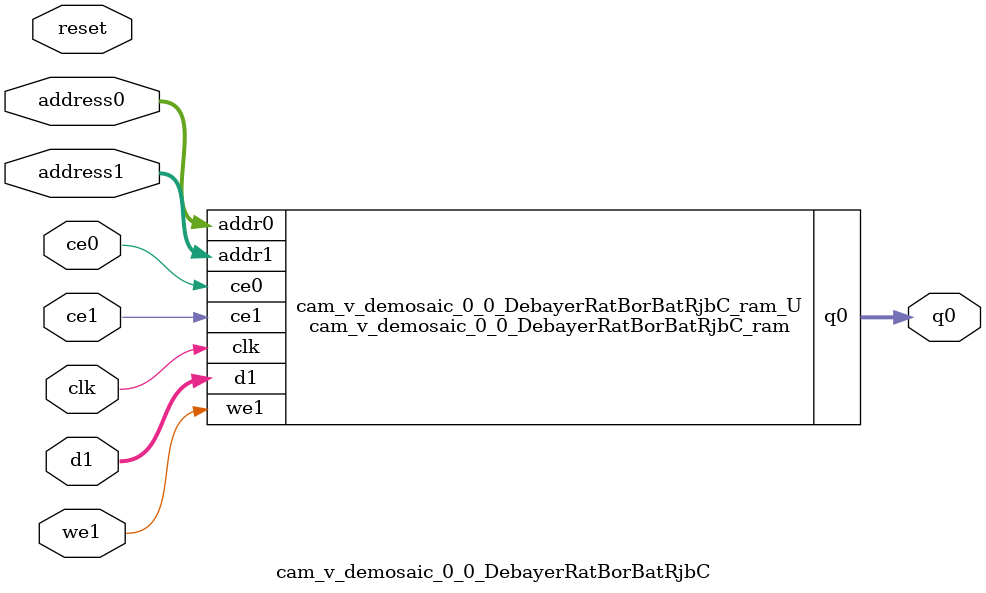
<source format=v>
`timescale 1 ns / 1 ps
module cam_v_demosaic_0_0_DebayerRatBorBatRjbC_ram (addr0, ce0, q0, addr1, ce1, d1, we1,  clk);

parameter DWIDTH = 30;
parameter AWIDTH = 12;
parameter MEM_SIZE = 2049;

input[AWIDTH-1:0] addr0;
input ce0;
output reg[DWIDTH-1:0] q0;
input[AWIDTH-1:0] addr1;
input ce1;
input[DWIDTH-1:0] d1;
input we1;
input clk;

(* ram_style = "block" *)reg [DWIDTH-1:0] ram[0:MEM_SIZE-1];




always @(posedge clk)  
begin 
    if (ce0) begin
        q0 <= ram[addr0];
    end
end


always @(posedge clk)  
begin 
    if (ce1) begin
        if (we1) 
            ram[addr1] <= d1; 
    end
end


endmodule

`timescale 1 ns / 1 ps
module cam_v_demosaic_0_0_DebayerRatBorBatRjbC(
    reset,
    clk,
    address0,
    ce0,
    q0,
    address1,
    ce1,
    we1,
    d1);

parameter DataWidth = 32'd30;
parameter AddressRange = 32'd2049;
parameter AddressWidth = 32'd12;
input reset;
input clk;
input[AddressWidth - 1:0] address0;
input ce0;
output[DataWidth - 1:0] q0;
input[AddressWidth - 1:0] address1;
input ce1;
input we1;
input[DataWidth - 1:0] d1;



cam_v_demosaic_0_0_DebayerRatBorBatRjbC_ram cam_v_demosaic_0_0_DebayerRatBorBatRjbC_ram_U(
    .clk( clk ),
    .addr0( address0 ),
    .ce0( ce0 ),
    .q0( q0 ),
    .addr1( address1 ),
    .ce1( ce1 ),
    .we1( we1 ),
    .d1( d1 ));

endmodule


</source>
